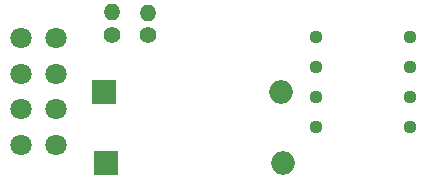
<source format=gbs>
G04 #@! TF.GenerationSoftware,KiCad,Pcbnew,(5.1.0)-1*
G04 #@! TF.CreationDate,2019-08-22T10:23:38+05:30*
G04 #@! TF.ProjectId,TSAL,5453414c-2e6b-4696-9361-645f70636258,rev?*
G04 #@! TF.SameCoordinates,Original*
G04 #@! TF.FileFunction,Soldermask,Bot*
G04 #@! TF.FilePolarity,Negative*
%FSLAX46Y46*%
G04 Gerber Fmt 4.6, Leading zero omitted, Abs format (unit mm)*
G04 Created by KiCad (PCBNEW (5.1.0)-1) date 2019-08-22 10:23:38*
%MOMM*%
%LPD*%
G04 APERTURE LIST*
%ADD10C,1.800000*%
%ADD11O,2.000000X2.000000*%
%ADD12R,2.000000X2.000000*%
%ADD13C,1.130000*%
%ADD14O,1.400000X1.400000*%
%ADD15C,1.400000*%
G04 APERTURE END LIST*
D10*
X67564000Y-122618500D03*
X70564000Y-122618500D03*
X67564000Y-125618500D03*
X70564000Y-125618500D03*
X67564000Y-128618500D03*
X70564000Y-128618500D03*
X67564000Y-131618500D03*
X70564000Y-131618500D03*
D11*
X89612500Y-127190500D03*
D12*
X74612500Y-127190500D03*
X74739500Y-133159500D03*
D11*
X89739500Y-133159500D03*
D13*
X92550000Y-122491500D03*
X92550000Y-125031500D03*
X92550000Y-127571500D03*
X92550000Y-130111500D03*
X100490000Y-130111500D03*
X100490000Y-127571500D03*
X100490000Y-125031500D03*
X100490000Y-122491500D03*
D14*
X78295500Y-120464500D03*
D15*
X78295500Y-122364500D03*
X75247500Y-122301000D03*
D14*
X75247500Y-120401000D03*
M02*

</source>
